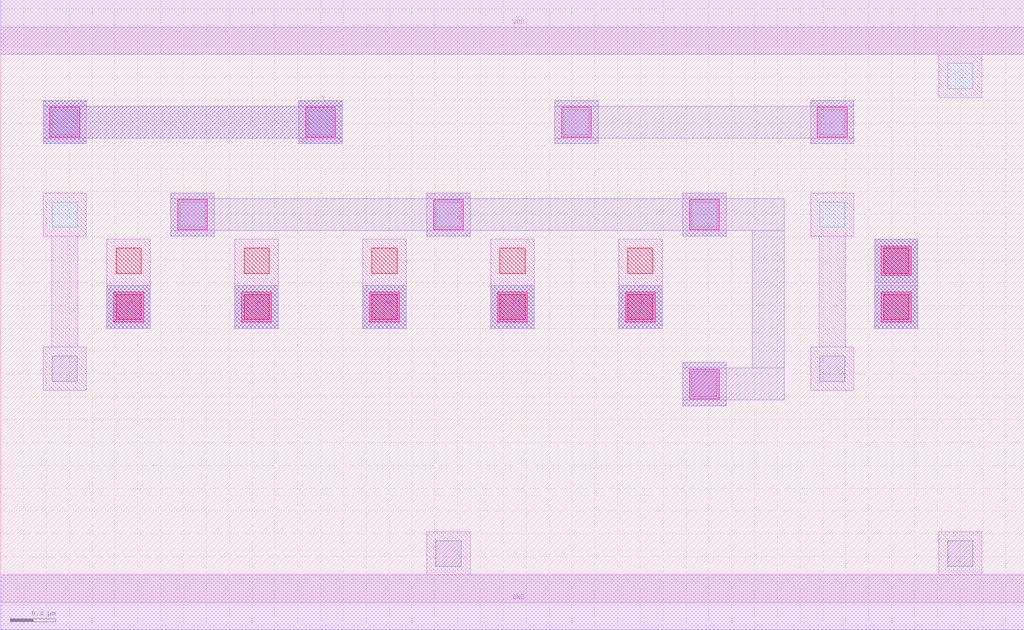
<source format=lef>
MACRO AAOI321
 CLASS CORE ;
 FOREIGN AAOI321 0 0 ;
 SIZE 8.96 BY 5.04 ;
 ORIGIN 0 0 ;
 SYMMETRY X Y R90 ;
 SITE unit ;
  PIN VDD
   DIRECTION INOUT ;
   USE POWER ;
   SHAPE ABUTMENT ;
    PORT
     CLASS CORE ;
       LAYER met1 ;
        RECT 0.00000000 4.80000000 8.96000000 5.28000000 ;
    END
  END VDD

  PIN GND
   DIRECTION INOUT ;
   USE POWER ;
   SHAPE ABUTMENT ;
    PORT
     CLASS CORE ;
       LAYER met1 ;
        RECT 0.00000000 -0.24000000 8.96000000 0.24000000 ;
    END
  END GND

  PIN Y
   DIRECTION INOUT ;
   USE SIGNAL ;
   SHAPE ABUTMENT ;
    PORT
     CLASS CORE ;
       LAYER met2 ;
        RECT 0.37000000 4.01700000 0.75000000 4.06700000 ;
        RECT 2.61000000 4.01700000 2.99000000 4.06700000 ;
        RECT 0.37000000 4.06700000 2.99000000 4.34700000 ;
        RECT 0.37000000 4.34700000 0.75000000 4.39700000 ;
        RECT 2.61000000 4.34700000 2.99000000 4.39700000 ;
    END
  END Y

  PIN A1
   DIRECTION INOUT ;
   USE SIGNAL ;
   SHAPE ABUTMENT ;
    PORT
     CLASS CORE ;
       LAYER met2 ;
        RECT 2.05000000 2.39700000 2.43000000 2.77700000 ;
    END
  END A1

  PIN A2
   DIRECTION INOUT ;
   USE SIGNAL ;
   SHAPE ABUTMENT ;
    PORT
     CLASS CORE ;
       LAYER met2 ;
        RECT 3.17000000 2.39700000 3.55000000 2.77700000 ;
    END
  END A2

  PIN C
   DIRECTION INOUT ;
   USE SIGNAL ;
   SHAPE ABUTMENT ;
    PORT
     CLASS CORE ;
       LAYER met2 ;
        RECT 7.65000000 2.39700000 8.03000000 3.18200000 ;
    END
  END C

  PIN B1
   DIRECTION INOUT ;
   USE SIGNAL ;
   SHAPE ABUTMENT ;
    PORT
     CLASS CORE ;
       LAYER met2 ;
        RECT 4.29000000 2.39700000 4.67000000 2.77700000 ;
    END
  END B1

  PIN A
   DIRECTION INOUT ;
   USE SIGNAL ;
   SHAPE ABUTMENT ;
    PORT
     CLASS CORE ;
       LAYER met2 ;
        RECT 0.93000000 2.39700000 1.31000000 2.77700000 ;
    END
  END A

  PIN B
   DIRECTION INOUT ;
   USE SIGNAL ;
   SHAPE ABUTMENT ;
    PORT
     CLASS CORE ;
       LAYER met2 ;
        RECT 5.41000000 2.39700000 5.79000000 2.77700000 ;
    END
  END B

 OBS
    LAYER polycont ;
     RECT 1.01000000 2.47700000 1.23000000 2.69700000 ;
     RECT 2.13000000 2.47700000 2.35000000 2.69700000 ;
     RECT 3.25000000 2.47700000 3.47000000 2.69700000 ;
     RECT 4.37000000 2.47700000 4.59000000 2.69700000 ;
     RECT 5.49000000 2.47700000 5.71000000 2.69700000 ;
     RECT 7.73000000 2.47700000 7.95000000 2.69700000 ;
     RECT 1.01000000 2.88200000 1.23000000 3.10200000 ;
     RECT 2.13000000 2.88200000 2.35000000 3.10200000 ;
     RECT 3.25000000 2.88200000 3.47000000 3.10200000 ;
     RECT 4.37000000 2.88200000 4.59000000 3.10200000 ;
     RECT 5.49000000 2.88200000 5.71000000 3.10200000 ;
     RECT 7.73000000 2.88200000 7.95000000 3.10200000 ;

    LAYER pdiffc ;
     RECT 0.45000000 3.28700000 0.67000000 3.50700000 ;
     RECT 1.57000000 3.28700000 1.79000000 3.50700000 ;
     RECT 3.81000000 3.28700000 4.03000000 3.50700000 ;
     RECT 6.05000000 3.28700000 6.27000000 3.50700000 ;
     RECT 7.17000000 3.28700000 7.39000000 3.50700000 ;
     RECT 0.45000000 4.09700000 0.67000000 4.31700000 ;
     RECT 2.69000000 4.09700000 2.91000000 4.31700000 ;
     RECT 4.93000000 4.09700000 5.15000000 4.31700000 ;
     RECT 7.17000000 4.09700000 7.39000000 4.31700000 ;
     RECT 8.29000000 4.50200000 8.51000000 4.72200000 ;

    LAYER ndiffc ;
     RECT 3.81000000 0.31700000 4.03000000 0.53700000 ;
     RECT 8.29000000 0.31700000 8.51000000 0.53700000 ;
     RECT 6.05000000 1.80200000 6.27000000 2.02200000 ;
     RECT 0.45000000 1.93700000 0.67000000 2.15700000 ;
     RECT 7.17000000 1.93700000 7.39000000 2.15700000 ;

    LAYER met1 ;
     RECT 0.00000000 -0.24000000 8.96000000 0.24000000 ;
     RECT 3.73000000 0.24000000 4.11000000 0.61700000 ;
     RECT 8.21000000 0.24000000 8.59000000 0.61700000 ;
     RECT 5.97000000 1.72200000 6.35000000 2.10200000 ;
     RECT 7.65000000 2.39700000 8.03000000 2.77700000 ;
     RECT 0.93000000 2.39700000 1.31000000 3.18200000 ;
     RECT 2.05000000 2.39700000 2.43000000 3.18200000 ;
     RECT 3.17000000 2.39700000 3.55000000 3.18200000 ;
     RECT 4.29000000 2.39700000 4.67000000 3.18200000 ;
     RECT 5.41000000 2.39700000 5.79000000 3.18200000 ;
     RECT 7.65000000 2.80200000 8.03000000 3.18200000 ;
     RECT 0.37000000 1.85700000 0.75000000 2.23700000 ;
     RECT 0.44500000 2.23700000 0.67500000 3.20700000 ;
     RECT 0.37000000 3.20700000 0.75000000 3.58700000 ;
     RECT 1.49000000 3.20700000 1.87000000 3.58700000 ;
     RECT 3.73000000 3.20700000 4.11000000 3.58700000 ;
     RECT 5.97000000 3.20700000 6.35000000 3.58700000 ;
     RECT 7.09000000 1.85700000 7.47000000 2.23700000 ;
     RECT 7.16500000 2.23700000 7.39500000 3.20700000 ;
     RECT 7.09000000 3.20700000 7.47000000 3.58700000 ;
     RECT 0.37000000 4.01700000 0.75000000 4.39700000 ;
     RECT 2.61000000 4.01700000 2.99000000 4.39700000 ;
     RECT 4.85000000 4.01700000 5.23000000 4.39700000 ;
     RECT 7.09000000 4.01700000 7.47000000 4.39700000 ;
     RECT 8.21000000 4.42200000 8.59000000 4.80000000 ;
     RECT 0.00000000 4.80000000 8.96000000 5.28000000 ;

    LAYER via1 ;
     RECT 6.03000000 1.78200000 6.29000000 2.04200000 ;
     RECT 0.99000000 2.45700000 1.25000000 2.71700000 ;
     RECT 2.11000000 2.45700000 2.37000000 2.71700000 ;
     RECT 3.23000000 2.45700000 3.49000000 2.71700000 ;
     RECT 4.35000000 2.45700000 4.61000000 2.71700000 ;
     RECT 5.47000000 2.45700000 5.73000000 2.71700000 ;
     RECT 7.71000000 2.45700000 7.97000000 2.71700000 ;
     RECT 7.71000000 2.86200000 7.97000000 3.12200000 ;
     RECT 1.55000000 3.26700000 1.81000000 3.52700000 ;
     RECT 3.79000000 3.26700000 4.05000000 3.52700000 ;
     RECT 6.03000000 3.26700000 6.29000000 3.52700000 ;
     RECT 0.43000000 4.07700000 0.69000000 4.33700000 ;
     RECT 2.67000000 4.07700000 2.93000000 4.33700000 ;
     RECT 4.91000000 4.07700000 5.17000000 4.33700000 ;
     RECT 7.15000000 4.07700000 7.41000000 4.33700000 ;

    LAYER met2 ;
     RECT 0.93000000 2.39700000 1.31000000 2.77700000 ;
     RECT 2.05000000 2.39700000 2.43000000 2.77700000 ;
     RECT 3.17000000 2.39700000 3.55000000 2.77700000 ;
     RECT 4.29000000 2.39700000 4.67000000 2.77700000 ;
     RECT 5.41000000 2.39700000 5.79000000 2.77700000 ;
     RECT 7.65000000 2.39700000 8.03000000 3.18200000 ;
     RECT 5.97000000 1.72200000 6.35000000 1.77200000 ;
     RECT 5.97000000 1.77200000 6.86000000 2.05200000 ;
     RECT 5.97000000 2.05200000 6.35000000 2.10200000 ;
     RECT 1.49000000 3.20700000 1.87000000 3.25700000 ;
     RECT 3.73000000 3.20700000 4.11000000 3.25700000 ;
     RECT 5.97000000 3.20700000 6.35000000 3.25700000 ;
     RECT 6.58000000 2.05200000 6.86000000 3.25700000 ;
     RECT 1.49000000 3.25700000 6.86000000 3.53700000 ;
     RECT 1.49000000 3.53700000 1.87000000 3.58700000 ;
     RECT 3.73000000 3.53700000 4.11000000 3.58700000 ;
     RECT 5.97000000 3.53700000 6.35000000 3.58700000 ;
     RECT 0.37000000 4.01700000 0.75000000 4.06700000 ;
     RECT 2.61000000 4.01700000 2.99000000 4.06700000 ;
     RECT 0.37000000 4.06700000 2.99000000 4.34700000 ;
     RECT 0.37000000 4.34700000 0.75000000 4.39700000 ;
     RECT 2.61000000 4.34700000 2.99000000 4.39700000 ;
     RECT 4.85000000 4.01700000 5.23000000 4.06700000 ;
     RECT 7.09000000 4.01700000 7.47000000 4.06700000 ;
     RECT 4.85000000 4.06700000 7.47000000 4.34700000 ;
     RECT 4.85000000 4.34700000 5.23000000 4.39700000 ;
     RECT 7.09000000 4.34700000 7.47000000 4.39700000 ;

 END
END AAOI321

</source>
